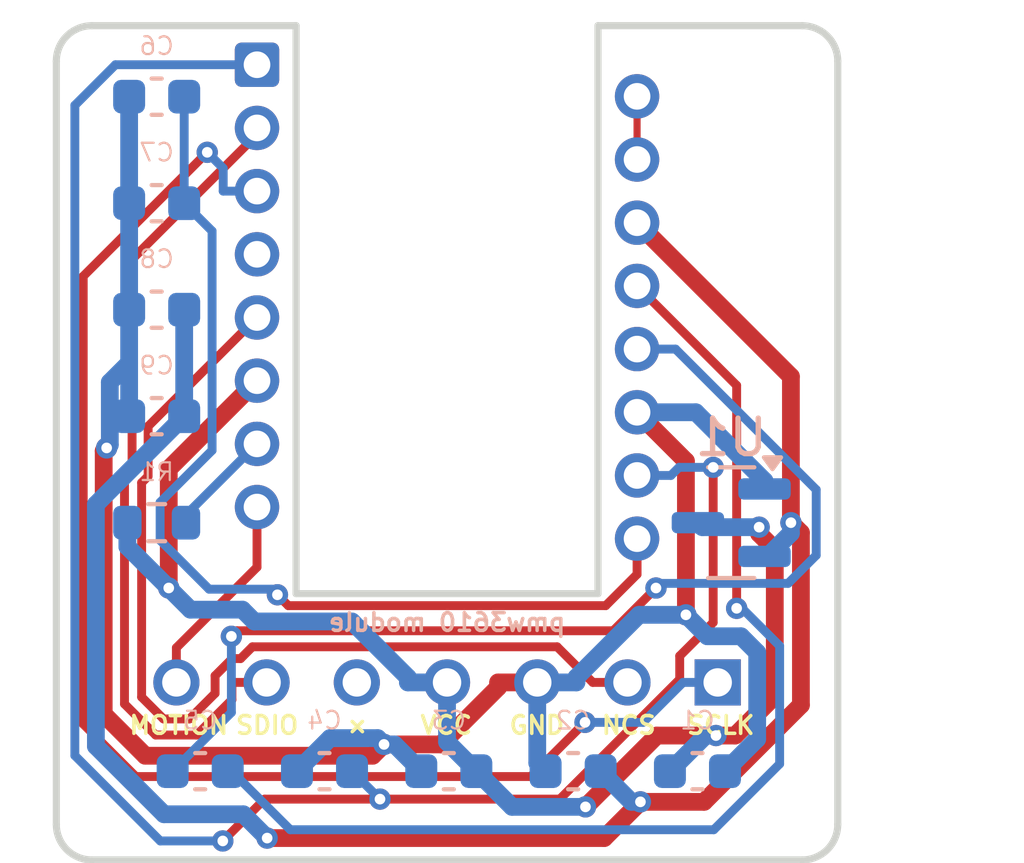
<source format=kicad_pcb>
(kicad_pcb (version 20240108) (generator "pcbnew") (generator_version "8.0")
  (layers (0 "F.Cu" signal) (31 "B.Cu" signal) (34 "B.Paste" user) (35 "F.Paste" user) (36 "B.SilkS" user "B.Silkscreen") (37 "F.SilkS" user "F.Silkscreen") (38 "B.Mask" user) (39 "F.Mask" user) (44 "Edge.Cuts" user))
  (net 0 "")
  (net 1 "VCC")
  (net 2 "GND")
  (net 3 "+1V9")
  (net 4 "Net-(U2-+VCSEL)")
  (net 5 "Net-(U2-CP)")
  (net 6 "Net-(U2-CN)")
  (net 7 "Net-(U2-VCP)")
  (net 8 "Net-(U2-NRESET)")
  (net 9 "Net-(U2--VCSEL)")
  (net 11 "MOTION")
  (net 12 "SCLK")
  (net 13 "SDIO")
  (net 14 "NCS")
  (footprint "roBa:PMW3610DM-SUDU 16Pin" (layer "F.Cu") (at 136 87.268 90)
    (property "Reference" "U2" (hide yes))
    (property "Value" "PMW3610")
    (pad "1" thru_hole roundrect (at 6.168 -5.35 270) (size 1.25 1.25) (drill 0.75) (layers "*.Cu" "*.Mask") (roundrect_rratio 0.15) (net 4 "Net-(U2-+VCSEL)"))
    (pad "2" thru_hole oval (at 4.388 -5.35 270) (size 1.25 1.25) (drill 0.75) (layers "*.Cu" "*.Mask") (net 13 "SDIO"))
    (pad "3" thru_hole oval (at 2.608 -5.35 270) (size 1.25 1.25) (drill 0.75) (layers "*.Cu" "*.Mask") (net 12 "SCLK"))
    (pad "4" thru_hole oval (at 0.828 -5.35 270) (size 1.25 1.25) (drill 0.75) (layers "*.Cu" "*.Mask"))
    (pad "5" thru_hole oval (at -0.952 -5.35 270) (size 1.25 1.25) (drill 0.75) (layers "*.Cu" "*.Mask") (net 14 "NCS"))
    (pad "6" thru_hole oval (at -2.732 -5.35 270) (size 1.25 1.25) (drill 0.75) (layers "*.Cu" "*.Mask") (net 1 "VCC"))
    (pad "7" thru_hole oval (at -4.512 -5.35 270) (size 1.25 1.25) (drill 0.75) (layers "*.Cu" "*.Mask") (net 8 "Net-(U2-NRESET)"))
    (pad "8" thru_hole oval (at -6.292 -5.35 270) (size 1.25 1.25) (drill 0.75) (layers "*.Cu" "*.Mask") (net 11 "MOTION"))
    (pad "9" thru_hole oval (at -7.182 5.35 270) (size 1.25 1.25) (drill 0.75) (layers "*.Cu" "*.Mask") (net 7 "Net-(U2-VCP)"))
    (pad "10" thru_hole oval (at -5.402 5.35 270) (size 1.25 1.25) (drill 0.75) (layers "*.Cu" "*.Mask") (net 4 "Net-(U2-+VCSEL)"))
    (pad "11" thru_hole oval (at -3.622 5.35 270) (size 1.25 1.25) (drill 0.75) (layers "*.Cu" "*.Mask") (net 2 "GND"))
    (pad "12" thru_hole oval (at -1.842 5.35 270) (size 1.25 1.25) (drill 0.75) (layers "*.Cu" "*.Mask") (net 5 "Net-(U2-CP)"))
    (pad "13" thru_hole oval (at -0.062 5.35 270) (size 1.25 1.25) (drill 0.75) (layers "*.Cu" "*.Mask") (net 6 "Net-(U2-CN)"))
    (pad "14" thru_hole oval (at 1.718 5.35 270) (size 1.25 1.25) (drill 0.75) (layers "*.Cu" "*.Mask") (net 3 "+1V9"))
    (pad "15" thru_hole oval (at 3.498 5.35 270) (size 1.25 1.25) (drill 0.75) (layers "*.Cu" "*.Mask") (net 9 "Net-(U2--VCSEL)"))
    (pad "16" thru_hole oval (at 5.278 5.35 270) (size 1.25 1.25) (drill 0.75) (layers "*.Cu" "*.Mask") (net 9 "Net-(U2--VCSEL)"))
  )
  (footprint "roBa:pmw3610_connector_b" (layer "F.Cu") (at 136 98.5 -90)
    (property "Reference" "J1" (hide yes))
    (property "Value" "Conn_01x08")
    (pad "1" thru_hole rect (at 0 -7.62 270) (size 1.3 1.3) (drill 0.8) (layers "*.Cu" "*.Mask") (net 12 "SCLK"))
    (pad "2" thru_hole oval (at 0 -5.08 270) (size 1.3 1.3) (drill 0.8) (layers "*.Cu" "*.Mask") (net 14 "NCS"))
    (pad "3" thru_hole oval (at 0 -2.54 270) (size 1.3 1.3) (drill 0.8) (layers "*.Cu" "*.Mask") (net 2 "GND"))
    (pad "4" thru_hole oval (at 0 0 270) (size 1.3 1.3) (drill 0.8) (layers "*.Cu" "*.Mask") (net 1 "VCC"))
    (pad "5" thru_hole oval (at 0 2.54 270) (size 1.3 1.3) (drill 0.8) (layers "*.Cu" "*.Mask"))
    (pad "6" thru_hole oval (at 0 5.08 270) (size 1.3 1.3) (drill 0.8) (layers "*.Cu" "*.Mask") (net 13 "SDIO"))
    (pad "7" thru_hole oval (at 0 7.62 270) (size 1.3 1.3) (drill 0.8) (layers "*.Cu" "*.Mask") (net 11 "MOTION"))
  )
  (footprint "roBa:C_0603_1608Metric" (layer "B.Cu") (at 139.55 101 180)
    (property "Reference" "C2" (at 0 1.43 180) (layer "B.SilkS") (effects (font (size 0.5 0.5) (thickness 0.0625)) (justify mirror)))
    (property "Value" "1u")
    (fp_line (start 0.14058 0.51) (end -0.14058 0.51) (stroke (width 0.12)) (layer "B.SilkS"))
    (fp_line (start 0.14058 -0.51) (end -0.14058 -0.51) (stroke (width 0.12)) (layer "B.SilkS"))
    (pad "1" smd roundrect (at -0.775 0 180) (size 0.9 0.95) (layers "B.Cu" "B.Paste" "B.Mask") (net 3 "+1V9"))
    (pad "2" smd roundrect (at 0.775 0 180) (size 0.9 0.95) (layers "B.Cu" "B.Paste" "B.Mask") (net 2 "GND"))
  )
  (footprint "roBa:C_0603_1608Metric" (layer "B.Cu") (at 127.825 85 180)
    (property "Reference" "C7" (at 0 1.43 180) (layer "B.SilkS") (effects (font (size 0.5 0.5) (thickness 0.0625)) (justify mirror)))
    (property "Value" " 10n (X7R)")
    (fp_line (start 0.14058 0.51) (end -0.14058 0.51) (stroke (width 0.12)) (layer "B.SilkS"))
    (fp_line (start 0.14058 -0.51) (end -0.14058 -0.51) (stroke (width 0.12)) (layer "B.SilkS"))
    (pad "1" smd roundrect (at -0.775 0 180) (size 0.9 0.95) (layers "B.Cu" "B.Paste" "B.Mask") (net 7 "Net-(U2-VCP)"))
    (pad "2" smd roundrect (at 0.775 0 180) (size 0.9 0.95) (layers "B.Cu" "B.Paste" "B.Mask") (net 2 "GND"))
  )
  (footprint "roBa:C_0603_1608Metric" (layer "B.Cu") (at 129.05 101 180)
    (property "Reference" "C5" (at 0 1.43 180) (layer "B.SilkS") (effects (font (size 0.5 0.5) (thickness 0.0625)) (justify mirror)))
    (property "Value" " 100n (X7R)")
    (fp_line (start 0.14058 0.51) (end -0.14058 0.51) (stroke (width 0.12)) (layer "B.SilkS"))
    (fp_line (start 0.14058 -0.51) (end -0.14058 -0.51) (stroke (width 0.12)) (layer "B.SilkS"))
    (pad "1" smd roundrect (at -0.775 0 180) (size 0.9 0.95) (layers "B.Cu" "B.Paste" "B.Mask") (net 6 "Net-(U2-CN)"))
    (pad "2" smd roundrect (at 0.775 0 180) (size 0.9 0.95) (layers "B.Cu" "B.Paste" "B.Mask") (net 5 "Net-(U2-CP)"))
  )
  (footprint "roBa:C_0603_1608Metric" (layer "B.Cu") (at 143.05 101 180)
    (property "Reference" "C1" (at 0 1.43 180) (layer "B.SilkS") (effects (font (size 0.5 0.5) (thickness 0.0625)) (justify mirror)))
    (property "Value" "1u")
    (fp_line (start 0.14058 0.51) (end -0.14058 0.51) (stroke (width 0.12)) (layer "B.SilkS"))
    (fp_line (start 0.14058 -0.51) (end -0.14058 -0.51) (stroke (width 0.12)) (layer "B.SilkS"))
    (pad "1" smd roundrect (at -0.775 0 180) (size 0.9 0.95) (layers "B.Cu" "B.Paste" "B.Mask") (net 2 "GND"))
    (pad "2" smd roundrect (at 0.775 0 180) (size 0.9 0.95) (layers "B.Cu" "B.Paste" "B.Mask") (net 1 "VCC"))
  )
  (footprint "roBa:C_0603_1608Metric" (layer "B.Cu") (at 127.825 91 180)
    (property "Reference" "C9" (at 0 1.43 180) (layer "B.SilkS") (effects (font (size 0.5 0.5) (thickness 0.0625)) (justify mirror)))
    (property "Value" "3.3u/25V")
    (fp_line (start 0.14058 0.51) (end -0.14058 0.51) (stroke (width 0.12)) (layer "B.SilkS"))
    (fp_line (start 0.14058 -0.51) (end -0.14058 -0.51) (stroke (width 0.12)) (layer "B.SilkS"))
    (pad "1" smd roundrect (at -0.775 0 180) (size 0.9 0.95) (layers "B.Cu" "B.Paste" "B.Mask") (net 3 "+1V9"))
    (pad "2" smd roundrect (at 0.775 0 180) (size 0.9 0.95) (layers "B.Cu" "B.Paste" "B.Mask") (net 2 "GND"))
  )
  (footprint "roBa:SOT-23" (layer "B.Cu") (at 144 94 180)
    (property "Reference" "U1" (at 0 2.4 180) (layer "B.SilkS") (effects (justify mirror)))
    (property "Value" "MCP1700T-1802E/TT")
    (fp_line (start 0.65 1.56) (end 0 1.56) (stroke (width 0.12)) (layer "B.SilkS"))
    (fp_line (start 0.65 -1.56) (end 0 -1.56) (stroke (width 0.12)) (layer "B.SilkS"))
    (fp_line (start -0.65 1.56) (end 0 1.56) (stroke (width 0.12)) (layer "B.SilkS"))
    (fp_line (start -0.65 -1.56) (end 0 -1.56) (stroke (width 0.12)) (layer "B.SilkS"))
    (fp_poly (pts (xy -1.1625 1.51) (xy -1.4025 1.84) (xy -0.9225 1.84) (xy -1.1625 1.51)) (stroke (width 0.12)) (fill solid) (layer "B.SilkS"))
    (pad "1" smd roundrect (at -0.9375 0.95 180) (size 1.475 0.6) (layers "B.Cu" "B.Paste" "B.Mask") (net 2 "GND"))
    (pad "2" smd roundrect (at -0.9375 -0.95 180) (size 1.475 0.6) (layers "B.Cu" "B.Paste" "B.Mask") (net 3 "+1V9"))
    (pad "3" smd roundrect (at 0.9375 0 180) (size 1.475 0.6) (layers "B.Cu" "B.Paste" "B.Mask") (net 1 "VCC"))
  )
  (footprint "roBa:C_0603_1608Metric" (layer "B.Cu") (at 127.825 88 180)
    (property "Reference" "C8" (at 0 1.43 180) (layer "B.SilkS") (effects (font (size 0.5 0.5) (thickness 0.0625)) (justify mirror)))
    (property "Value" "100n")
    (fp_line (start 0.14058 0.51) (end -0.14058 0.51) (stroke (width 0.12)) (layer "B.SilkS"))
    (fp_line (start 0.14058 -0.51) (end -0.14058 -0.51) (stroke (width 0.12)) (layer "B.SilkS"))
    (pad "1" smd roundrect (at -0.775 0 180) (size 0.9 0.95) (layers "B.Cu" "B.Paste" "B.Mask") (net 3 "+1V9"))
    (pad "2" smd roundrect (at 0.775 0 180) (size 0.9 0.95) (layers "B.Cu" "B.Paste" "B.Mask") (net 2 "GND"))
  )
  (footprint "roBa:C_0603_1608Metric" (layer "B.Cu") (at 127.825 82 180)
    (property "Reference" "C6" (at 0 1.43 180) (layer "B.SilkS") (effects (font (size 0.5 0.5) (thickness 0.0625)) (justify mirror)))
    (property "Value" " 10u (X7R)")
    (fp_line (start 0.14058 0.51) (end -0.14058 0.51) (stroke (width 0.12)) (layer "B.SilkS"))
    (fp_line (start 0.14058 -0.51) (end -0.14058 -0.51) (stroke (width 0.12)) (layer "B.SilkS"))
    (pad "1" smd roundrect (at -0.775 0 180) (size 0.9 0.95) (layers "B.Cu" "B.Paste" "B.Mask") (net 7 "Net-(U2-VCP)"))
    (pad "2" smd roundrect (at 0.775 0 180) (size 0.9 0.95) (layers "B.Cu" "B.Paste" "B.Mask") (net 2 "GND"))
  )
  (footprint "roBa:C_0603_1608Metric" (layer "B.Cu") (at 132.55 101 180)
    (property "Reference" "C4" (at 0 1.43 180) (layer "B.SilkS") (effects (font (size 0.5 0.5) (thickness 0.0625)) (justify mirror)))
    (property "Value" "10n")
    (fp_line (start 0.14058 0.51) (end -0.14058 0.51) (stroke (width 0.12)) (layer "B.SilkS"))
    (fp_line (start 0.14058 -0.51) (end -0.14058 -0.51) (stroke (width 0.12)) (layer "B.SilkS"))
    (pad "1" smd roundrect (at -0.775 0 180) (size 0.9 0.95) (layers "B.Cu" "B.Paste" "B.Mask") (net 4 "Net-(U2-+VCSEL)"))
    (pad "2" smd roundrect (at 0.775 0 180) (size 0.9 0.95) (layers "B.Cu" "B.Paste" "B.Mask") (net 2 "GND"))
  )
  (footprint "roBa:C_0603_1608Metric" (layer "B.Cu") (at 136.05 101 180)
    (property "Reference" "C3" (at 0 1.43 180) (layer "B.SilkS") (effects (font (size 0.5 0.5) (thickness 0.0625)) (justify mirror)))
    (property "Value" "100n")
    (fp_line (start 0.14058 0.51) (end -0.14058 0.51) (stroke (width 0.12)) (layer "B.SilkS"))
    (fp_line (start 0.14058 -0.51) (end -0.14058 -0.51) (stroke (width 0.12)) (layer "B.SilkS"))
    (pad "1" smd roundrect (at -0.775 0 180) (size 0.9 0.95) (layers "B.Cu" "B.Paste" "B.Mask") (net 1 "VCC"))
    (pad "2" smd roundrect (at 0.775 0 180) (size 0.9 0.95) (layers "B.Cu" "B.Paste" "B.Mask") (net 2 "GND"))
  )
  (footprint "roBa:R_0603_1608Metric" (layer "B.Cu") (at 127.825 94 180)
    (property "Reference" "R1" (at 0 1.43 180) (layer "B.SilkS") (effects (font (size 0.5 0.5) (thickness 0.0625)) (justify mirror)))
    (property "Value" "2M")
    (fp_line (start 0.237258 0.5225) (end -0.237258 0.5225) (stroke (width 0.12)) (layer "B.SilkS"))
    (fp_line (start 0.237258 -0.5225) (end -0.237258 -0.5225) (stroke (width 0.12)) (layer "B.SilkS"))
    (pad "1" smd roundrect (at -0.825 0 180) (size 0.8 0.95) (layers "B.Cu" "B.Paste" "B.Mask") (net 8 "Net-(U2-NRESET)"))
    (pad "2" smd roundrect (at 0.825 0 180) (size 0.8 0.95) (layers "B.Cu" "B.Paste" "B.Mask") (net 1 "VCC"))
  )
  (gr_arc (start 126 103.5) (mid 125.292893 103.207107) (end 125 102.5) (stroke (width 0.2)) (layer "Edge.Cuts"))
  (gr_line (start 140.25 96) (end 140.25 80) (stroke (width 0.2)) (layer "Edge.Cuts"))
  (gr_line (start 140.25 80) (end 146 80) (stroke (width 0.2)) (layer "Edge.Cuts"))
  (gr_arc (start 146 80) (mid 146.707107 80.292893) (end 147 81) (stroke (width 0.2)) (layer "Edge.Cuts"))
  (gr_arc (start 147 102.5) (mid 146.707107 103.207107) (end 146 103.5) (stroke (width 0.2)) (layer "Edge.Cuts"))
  (gr_line (start 147 81) (end 147 102.5) (stroke (width 0.2)) (layer "Edge.Cuts"))
  (gr_line (start 125 102.5) (end 125 81) (stroke (width 0.2)) (layer "Edge.Cuts"))
  (gr_line (start 131.75 96) (end 131.75 80) (stroke (width 0.2)) (layer "Edge.Cuts"))
  (gr_line (start 131.75 80) (end 126 80) (stroke (width 0.2)) (layer "Edge.Cuts"))
  (gr_line (start 131.75 96) (end 140.25 96) (stroke (width 0.2)) (layer "Edge.Cuts"))
  (gr_line (start 126 103.5) (end 146 103.5) (stroke (width 0.2)) (layer "Edge.Cuts"))
  (gr_arc (start 125 81) (mid 125.292893 80.292893) (end 126 80) (stroke (width 0.2)) (layer "Edge.Cuts"))
  (gr_text "pmw3610 module\n" (at 136 97.1 0) (layer "B.SilkS") (effects (font (size 0.5 0.5) (thickness 0.1)) (justify bottom mirror)))
  (gr_text "VCC" (at 135.2 100 0) (layer "F.SilkS") (effects (font (size 0.5 0.5) (thickness 0.1)) (justify left bottom)))
  (gr_text "GND" (at 137.7 100 0) (layer "F.SilkS") (effects (font (size 0.5 0.5) (thickness 0.1)) (justify left bottom)))
  (gr_text "MOTION" (at 127 100 0) (layer "F.SilkS") (effects (font (size 0.5 0.5) (thickness 0.1)) (justify left bottom)))
  (gr_text "SDIO" (at 130 100 0) (layer "F.SilkS") (effects (font (size 0.5 0.5) (thickness 0.1)) (justify left bottom)))
  (gr_text "NCS\n" (at 140.3 100 0) (layer "F.SilkS") (effects (font (size 0.5 0.5) (thickness 0.1)) (justify left bottom)))
  (gr_text "×" (at 133.1 100 0) (layer "F.SilkS") (effects (font (size 0.5 0.5) (thickness 0.1)) (justify left bottom)))
  (gr_text "SCLK" (at 142.7 100 0) (layer "F.SilkS") (effects (font (size 0.5 0.5) (thickness 0.1)) (justify left bottom)))
  (segment (start 145.2275 94.7513) (end 144.7863 94.3101) (width 0.5) (layer "F.Cu") (net 1))
  (segment (start 128.1653 92.4847) (end 128.1653 95.8399) (width 0.5) (layer "F.Cu") (net 1))
  (segment (start 128.1653 95.8399) (end 128.1652 95.8399) (width 0.5) (layer "F.Cu") (net 1))
  (segment (start 144.7863 94.3101) (end 144.7863 94.1266) (width 0.5) (layer "F.Cu") (net 1))
  (segment (start 139.8973 102.0055) (end 141.9062 99.9966) (width 0.5) (layer "F.Cu") (net 1))
  (segment (start 130.65 90) (end 128.1653 92.4847) (width 0.5) (layer "F.Cu") (net 1))
  (segment (start 141.9062 99.9966) (end 143.5715 99.9966) (width 0.5) (layer "F.Cu") (net 1))
  (segment (start 143.5715 99.9966) (end 144.1116 99.9966) (width 0.5) (layer "F.Cu") (net 1))
  (segment (start 144.1116 99.9966) (end 145.2275 98.8807) (width 0.5) (layer "F.Cu") (net 1))
  (segment (start 145.2275 98.8807) (end 145.2275 94.7513) (width 0.5) (layer "F.Cu") (net 1))
  (via (at 139.8973 102.0055) (size 0.6) (drill 0.3) (layers "F.Cu" "B.Cu") (net 1))
  (via (at 143.5715 99.9966) (size 0.6) (drill 0.3) (layers "F.Cu" "B.Cu") (net 1))
  (via (at 144.7863 94.1266) (size 0.6) (drill 0.3) (layers "F.Cu" "B.Cu") (net 1))
  (via (at 128.1652 95.8399) (size 0.6) (drill 0.3) (layers "F.Cu" "B.Cu") (net 1))
  (segment (start 127 94) (end 127 94.6747) (width 0.5) (layer "B.Cu") (net 1))
  (segment (start 128.7752 96.4499) (end 128.1652 95.8399) (width 0.5) (layer "B.Cu") (net 1))
  (segment (start 143.0625 94) (end 143.1891 94.1266) (width 0.5) (layer "B.Cu") (net 1))
  (segment (start 133.3212 96.7829) (end 130.5727 96.7829) (width 0.5) (layer "B.Cu") (net 1))
  (segment (start 143.2784 99.9966) (end 143.5715 99.9966) (width 0.5) (layer "B.Cu") (net 1))
  (segment (start 136 98.5) (end 134.8983 98.5) (width 0.5) (layer "B.Cu") (net 1))
  (segment (start 143.1891 94.1266) (end 144.7863 94.1266) (width 0.5) (layer "B.Cu") (net 1))
  (segment (start 134.8983 98.5) (end 134.8983 98.36) (width 0.5) (layer "B.Cu") (net 1))
  (segment (start 130.5727 96.7829) (end 130.2397 96.4499) (width 0.5) (layer "B.Cu") (net 1))
  (segment (start 127 94.6747) (end 128.1652 95.8399) (width 0.5) (layer "B.Cu") (net 1))
  (segment (start 136.825 101) (end 136 100.175) (width 0.5) (layer "B.Cu") (net 1))
  (segment (start 136.825 101) (end 137.8305 102.0055) (width 0.5) (layer "B.Cu") (net 1))
  (segment (start 134.8983 98.36) (end 133.3212 96.7829) (width 0.5) (layer "B.Cu") (net 1))
  (segment (start 142.275 101) (end 143.2784 99.9966) (width 0.5) (layer "B.Cu") (net 1))
  (segment (start 130.2397 96.4499) (end 128.7752 96.4499) (width 0.5) (layer "B.Cu") (net 1))
  (segment (start 136 100.175) (end 136 98.5) (width 0.5) (layer "B.Cu") (net 1))
  (segment (start 137.8305 102.0055) (end 139.8973 102.0055) (width 0.5) (layer "B.Cu") (net 1))
  (segment (start 137.4383 98.64) (end 137.4383 98.5) (width 0.5) (layer "F.Cu") (net 2))
  (segment (start 134.2257 100.2461) (end 135.8322 100.2461) (width 0.5) (layer "F.Cu") (net 2))
  (segment (start 138.54 98.5) (end 137.4383 98.5) (width 0.5) (layer "F.Cu") (net 2))
  (segment (start 127.5045 100.5655) (end 126.3338 99.3948) (width 0.5) (layer "F.Cu") (net 2))
  (segment (start 135.8322 100.2461) (end 137.4383 98.64) (width 0.5) (layer "F.Cu") (net 2))
  (segment (start 142.7251 92.2651) (end 142.7251 96.5959) (width 0.5) (layer "F.Cu") (net 2))
  (segment (start 126.3338 91.9778) (end 126.4169 91.8947) (width 0.5) (layer "F.Cu") (net 2))
  (segment (start 126.3338 99.3948) (end 126.3338 91.9778) (width 0.5) (layer "F.Cu") (net 2))
  (segment (start 134.2257 100.2461) (end 133.9063 100.5655) (width 0.5) (layer "F.Cu") (net 2))
  (segment (start 133.9063 100.5655) (end 127.5045 100.5655) (width 0.5) (layer "F.Cu") (net 2))
  (segment (start 141.35 90.89) (end 142.7251 92.2651) (width 0.5) (layer "F.Cu") (net 2))
  (via (at 134.2257 100.2461) (size 0.6) (drill 0.3) (layers "F.Cu" "B.Cu") (net 2))
  (via (at 126.4169 91.8947) (size 0.6) (drill 0.3) (layers "F.Cu" "B.Cu") (net 2))
  (via (at 142.7251 96.5959) (size 0.6) (drill 0.3) (layers "F.Cu" "B.Cu") (net 2))
  (segment (start 134.049 100.0694) (end 132.7056 100.0694) (width 0.5) (layer "B.Cu") (net 2))
  (segment (start 143.825 101) (end 144.7319 100.0931) (width 0.5) (layer "B.Cu") (net 2))
  (segment (start 126.417 91.8947) (end 126.4169 91.8947) (width 0.5) (layer "B.Cu") (net 2))
  (segment (start 138.54 98.5) (end 138.54 100.765) (width 0.5) (layer "B.Cu") (net 2))
  (segment (start 144.7319 100.0931) (end 144.7319 97.6547) (width 0.5) (layer "B.Cu") (net 2))
  (segment (start 138.54 98.5) (end 139.6417 98.5) (width 0.5) (layer "B.Cu") (net 2))
  (segment (start 139.6417 98.36) (end 141.4058 96.5959) (width 0.5) (layer "B.Cu") (net 2))
  (segment (start 134.5211 100.2461) (end 134.2257 100.2461) (width 0.5) (layer "B.Cu") (net 2))
  (segment (start 139.6417 98.5) (end 139.6417 98.36) (width 0.5) (layer "B.Cu") (net 2))
  (segment (start 144.7319 97.6547) (end 144.2774 97.2002) (width 0.5) (layer "B.Cu") (net 2))
  (segment (start 144.2774 97.2002) (end 143.3294 97.2002) (width 0.5) (layer "B.Cu") (net 2))
  (segment (start 143.004 90.89) (end 141.35 90.89) (width 0.5) (layer "B.Cu") (net 2))
  (segment (start 135.275 101) (end 134.5211 100.2461) (width 0.5) (layer "B.Cu") (net 2))
  (segment (start 144.9375 93.05) (end 144.9375 92.8235) (width 0.5) (layer "B.Cu") (net 2))
  (segment (start 134.2257 100.2461) (end 134.049 100.0694) (width 0.5) (layer "B.Cu") (net 2))
  (segment (start 127.05 89.5) (end 126.5059 90.0441) (width 0.5) (layer "B.Cu") (net 2))
  (segment (start 127.05 88) (end 127.05 89.5) (width 0.5) (layer "B.Cu") (net 2))
  (segment (start 126.5059 91.8058) (end 126.417 91.8947) (width 0.5) (layer "B.Cu") (net 2))
  (segment (start 141.4058 96.5959) (end 142.7251 96.5959) (width 0.5) (layer "B.Cu") (net 2))
  (segment (start 144.9375 92.8235) (end 143.004 90.89) (width 0.5) (layer "B.Cu") (net 2))
  (segment (start 127.05 85) (end 127.05 88) (width 0.5) (layer "B.Cu") (net 2))
  (segment (start 143.3294 97.2002) (end 142.7251 96.5959) (width 0.5) (layer "B.Cu") (net 2))
  (segment (start 127.05 89.5) (end 127.05 91) (width 0.5) (layer "B.Cu") (net 2))
  (segment (start 132.7056 100.0694) (end 131.775 101) (width 0.5) (layer "B.Cu") (net 2))
  (segment (start 127.05 82) (end 127.05 85) (width 0.5) (layer "B.Cu") (net 2))
  (segment (start 138.54 100.765) (end 138.775 101) (width 0.5) (layer "B.Cu") (net 2))
  (segment (start 126.5059 90.0441) (end 126.5059 91.8058) (width 0.5) (layer "B.Cu") (net 2))
  (segment (start 145.9631 99.1375) (end 145.9631 94.282) (width 0.5) (layer "F.Cu") (net 3))
  (segment (start 145.9631 94.282) (end 145.6811 94) (width 0.5) (layer "F.Cu") (net 3))
  (segment (start 130.9354 102.8849) (end 140.424 102.8849) (width 0.5) (layer "F.Cu") (net 3))
  (segment (start 140.424 102.8849) (end 141.4447 101.8642) (width 0.5) (layer "F.Cu") (net 3))
  (segment (start 143.2364 101.8642) (end 145.9631 99.1375) (width 0.5) (layer "F.Cu") (net 3))
  (segment (start 141.35 85.55) (end 145.6811 89.8811) (width 0.5) (layer "F.Cu") (net 3))
  (segment (start 145.6811 89.8811) (end 145.6811 94) (width 0.5) (layer "F.Cu") (net 3))
  (segment (start 141.4447 101.8642) (end 143.2364 101.8642) (width 0.5) (layer "F.Cu") (net 3))
  (via (at 145.6811 94) (size 0.6) (drill 0.3) (layers "F.Cu" "B.Cu") (net 3))
  (via (at 130.9354 102.8849) (size 0.6) (drill 0.3) (layers "F.Cu" "B.Cu") (net 3))
  (via (at 141.4447 101.8642) (size 0.6) (drill 0.3) (layers "F.Cu" "B.Cu") (net 3))
  (segment (start 130.2644 102.2139) (end 128.0324 102.2139) (width 0.5) (layer "B.Cu") (net 3))
  (segment (start 145.026 94.95) (end 145.6811 94.2949) (width 0.5) (layer "B.Cu") (net 3))
  (segment (start 144.9375 94.95) (end 145.026 94.95) (width 0.5) (layer "B.Cu") (net 3))
  (segment (start 145.6811 94.2949) (end 145.6811 94) (width 0.5) (layer "B.Cu") (net 3))
  (segment (start 126.1139 93.4861) (end 128.6 91) (width 0.5) (layer "B.Cu") (net 3))
  (segment (start 128.6 91) (end 128.6 88) (width 0.5) (layer "B.Cu") (net 3))
  (segment (start 141.1892 101.8642) (end 141.4447 101.8642) (width 0.5) (layer "B.Cu") (net 3))
  (segment (start 130.9354 102.8849) (end 130.2644 102.2139) (width 0.5) (layer "B.Cu") (net 3))
  (segment (start 128.0324 102.2139) (end 126.1139 100.2954) (width 0.5) (layer "B.Cu") (net 3))
  (segment (start 140.325 101) (end 141.1892 101.8642) (width 0.5) (layer "B.Cu") (net 3))
  (segment (start 126.1139 100.2954) (end 126.1139 93.4861) (width 0.5) (layer "B.Cu") (net 3))
  (segment (start 134.1123 101.7873) (end 139.174 101.7873) (width 0.25) (layer "F.Cu") (net 4))
  (segment (start 134.1123 101.7874) (end 134.1123 101.7873) (width 0.25) (layer "F.Cu") (net 4))
  (segment (start 130.8648 101.7874) (end 134.1123 101.7874) (width 0.25) (layer "F.Cu") (net 4))
  (segment (start 143.4928 96.8117) (end 143.4928 92.4419) (width 0.25) (layer "F.Cu") (net 4))
  (segment (start 142.5503 98.411) (end 142.5503 97.7542) (width 0.25) (layer "F.Cu") (net 4))
  (segment (start 139.174 101.7873) (end 142.5503 98.411) (width 0.25) (layer "F.Cu") (net 4))
  (segment (start 129.6866 102.9656) (end 130.8648 101.7874) (width 0.25) (layer "F.Cu") (net 4))
  (segment (start 142.5503 97.7542) (end 143.4928 96.8117) (width 0.25) (layer "F.Cu") (net 4))
  (via (at 143.4928 92.4419) (size 0.6) (drill 0.3) (layers "F.Cu" "B.Cu") (net 4))
  (via (at 134.1123 101.7873) (size 0.6) (drill 0.3) (layers "F.Cu" "B.Cu") (net 4))
  (via (at 129.6866 102.9656) (size 0.6) (drill 0.3) (layers "F.Cu" "B.Cu") (net 4))
  (segment (start 141.35 92.67) (end 142.3017 92.67) (width 0.25) (layer "B.Cu") (net 4))
  (segment (start 125.5218 82.2428) (end 125.5218 100.5606) (width 0.25) (layer "B.Cu") (net 4))
  (segment (start 133.325 101) (end 134.1123 101.7873) (width 0.25) (layer "B.Cu") (net 4))
  (segment (start 126.6646 81.1) (end 125.5218 82.2428) (width 0.25) (layer "B.Cu") (net 4))
  (segment (start 125.5218 100.5606) (end 127.9268 102.9656) (width 0.25) (layer "B.Cu") (net 4))
  (segment (start 142.5298 92.4419) (end 142.3017 92.67) (width 0.25) (layer "B.Cu") (net 4))
  (segment (start 130.65 81.1) (end 126.6646 81.1) (width 0.25) (layer "B.Cu") (net 4))
  (segment (start 143.4928 92.4419) (end 142.5298 92.4419) (width 0.25) (layer "B.Cu") (net 4))
  (segment (start 127.9268 102.9656) (end 129.6866 102.9656) (width 0.25) (layer "B.Cu") (net 4))
  (segment (start 130.0847 97.0452) (end 140.6778 97.0452) (width 0.25) (layer "F.Cu") (net 5))
  (segment (start 129.9283 97.2016) (end 130.0847 97.0452) (width 0.25) (layer "F.Cu") (net 5))
  (segment (start 140.6778 97.0452) (end 141.8824 95.8406) (width 0.25) (layer "F.Cu") (net 5))
  (via (at 129.9283 97.2016) (size 0.6) (drill 0.3) (layers "F.Cu" "B.Cu") (net 5))
  (via (at 141.8824 95.8406) (size 0.6) (drill 0.3) (layers "F.Cu" "B.Cu") (net 5))
  (segment (start 141.35 89.11) (end 142.4332 89.11) (width 0.25) (layer "B.Cu") (net 5))
  (segment (start 146.3933 94.9184) (end 145.6013 95.7104) (width 0.25) (layer "B.Cu") (net 5))
  (segment (start 129.9283 99.3467) (end 129.9283 97.2016) (width 0.25) (layer "B.Cu") (net 5))
  (segment (start 145.6013 95.7104) (end 142.0126 95.7104) (width 0.25) (layer "B.Cu") (net 5))
  (segment (start 128.275 101) (end 129.9283 99.3467) (width 0.25) (layer "B.Cu") (net 5))
  (segment (start 146.3933 93.0701) (end 146.3933 94.9184) (width 0.25) (layer "B.Cu") (net 5))
  (segment (start 142.4332 89.11) (end 146.3933 93.0701) (width 0.25) (layer "B.Cu") (net 5))
  (segment (start 142.0126 95.7104) (end 141.8824 95.8406) (width 0.25) (layer "B.Cu") (net 5))
  (segment (start 141.35 87.33) (end 144.1535 90.1335) (width 0.25) (layer "F.Cu") (net 6))
  (segment (start 144.1535 90.1335) (end 144.1535 96.4123) (width 0.25) (layer "F.Cu") (net 6))
  (via (at 144.1535 96.4123) (size 0.6) (drill 0.3) (layers "F.Cu" "B.Cu") (net 6))
  (segment (start 144.3052 96.4123) (end 144.1535 96.4123) (width 0.25) (layer "B.Cu") (net 6))
  (segment (start 143.5095 102.6499) (end 145.3636 100.7958) (width 0.25) (layer "B.Cu") (net 6))
  (segment (start 131.5867 102.6499) (end 143.5095 102.6499) (width 0.25) (layer "B.Cu") (net 6))
  (segment (start 129.825 101) (end 129.9368 101) (width 0.25) (layer "B.Cu") (net 6))
  (segment (start 145.3636 97.4707) (end 144.3052 96.4123) (width 0.25) (layer "B.Cu") (net 6))
  (segment (start 129.9368 101) (end 131.5867 102.6499) (width 0.25) (layer "B.Cu") (net 6))
  (segment (start 145.3636 100.7958) (end 145.3636 97.4707) (width 0.25) (layer "B.Cu") (net 6))
  (segment (start 141.35 94.45) (end 141.35 95.4539) (width 0.25) (layer "F.Cu") (net 7))
  (segment (start 141.35 95.4539) (end 140.4665 96.3374) (width 0.25) (layer "F.Cu") (net 7))
  (segment (start 131.5311 96.3374) (end 131.2249 96.0312) (width 0.25) (layer "F.Cu") (net 7))
  (segment (start 140.4665 96.3374) (end 131.5311 96.3374) (width 0.25) (layer "F.Cu") (net 7))
  (via (at 131.2249 96.0312) (size 0.6) (drill 0.3) (layers "F.Cu" "B.Cu") (net 7))
  (segment (start 129.3849 85.7849) (end 128.6 85) (width 0.25) (layer "B.Cu") (net 7))
  (segment (start 128.6 82) (end 128.6 85) (width 0.25) (layer "B.Cu") (net 7))
  (segment (start 131.0669 95.8732) (end 129.3004 95.8732) (width 0.25) (layer "B.Cu") (net 7))
  (segment (start 129.3004 95.8732) (end 127.9225 94.4953) (width 0.25) (layer "B.Cu") (net 7))
  (segment (start 127.9225 93.4257) (end 129.3849 91.9633) (width 0.25) (layer "B.Cu") (net 7))
  (segment (start 131.2249 96.0312) (end 131.0669 95.8732) (width 0.25) (layer "B.Cu") (net 7))
  (segment (start 129.3849 91.9633) (end 129.3849 85.7849) (width 0.25) (layer "B.Cu") (net 7))
  (segment (start 127.9225 94.4953) (end 127.9225 93.4257) (width 0.25) (layer "B.Cu") (net 7))
  (segment (start 128.65 93.78) (end 130.65 91.78) (width 0.25) (layer "B.Cu") (net 8))
  (segment (start 128.65 94) (end 128.65 93.78) (width 0.25) (layer "B.Cu") (net 8))
  (segment (start 141.35 81.99) (end 141.35 83.77) (width 0.2) (layer "F.Cu") (net 9))
  (segment (start 130.65 93.56) (end 130.65 95.2533) (width 0.25) (layer "F.Cu") (net 11))
  (segment (start 128.38 98.5) (end 128.38 97.5233) (width 0.25) (layer "F.Cu") (net 11))
  (segment (start 130.65 95.2533) (end 128.38 97.5233) (width 0.25) (layer "F.Cu") (net 11))
  (segment (start 125.7571 87.0586) (end 129.2487 83.567) (width 0.25) (layer "F.Cu") (net 12))
  (segment (start 125.7571 99.671) (end 125.7571 87.0586) (width 0.25) (layer "F.Cu") (net 12))
  (segment (start 127.2375 101.1514) (end 125.7571 99.671) (width 0.25) (layer "F.Cu") (net 12))
  (segment (start 138.358 101.1514) (end 127.2375 101.1514) (width 0.25) (layer "F.Cu") (net 12))
  (segment (start 139.884 99.6254) (end 138.358 101.1514) (width 0.25) (layer "F.Cu") (net 12))
  (via (at 139.884 99.6254) (size 0.6) (drill 0.3) (layers "F.Cu" "B.Cu") (net 12))
  (via (at 129.2487 83.567) (size 0.6) (drill 0.3) (layers "F.Cu" "B.Cu") (net 12))
  (segment (start 129.6983 84.0166) (end 129.6983 84.66) (width 0.25) (layer "B.Cu") (net 12))
  (segment (start 143.62 98.5) (end 142.6433 98.5) (width 0.25) (layer "B.Cu") (net 12))
  (segment (start 130.65 84.66) (end 129.6983 84.66) (width 0.25) (layer "B.Cu") (net 12))
  (segment (start 141.5179 99.6254) (end 139.884 99.6254) (width 0.25) (layer "B.Cu") (net 12))
  (segment (start 142.6433 98.5) (end 141.5179 99.6254) (width 0.25) (layer "B.Cu") (net 12))
  (segment (start 129.2487 83.567) (end 129.6983 84.0166) (width 0.25) (layer "B.Cu") (net 12))
  (segment (start 126.9193 92.6808) (end 127.1326 92.4675) (width 0.25) (layer "F.Cu") (net 13))
  (segment (start 127.795 99.9817) (end 126.9193 99.106) (width 0.25) (layer "F.Cu") (net 13))
  (segment (start 126.9193 99.106) (end 126.9193 92.6808) (width 0.25) (layer "F.Cu") (net 13))
  (segment (start 127.1326 86.5827) (end 130.65 83.0653) (width 0.25) (layer "F.Cu") (net 13))
  (segment (start 130.65 83.0653) (end 130.65 82.88) (width 0.25) (layer "F.Cu") (net 13))
  (segment (start 127.1326 92.4675) (end 127.1326 86.5827) (width 0.25) (layer "F.Cu") (net 13))
  (segment (start 129.9433 98.5) (end 129.9433 98.9883) (width 0.25) (layer "F.Cu") (net 13))
  (segment (start 130.92 98.5) (end 129.9433 98.5) (width 0.25) (layer "F.Cu") (net 13))
  (segment (start 128.9499 99.9817) (end 127.795 99.9817) (width 0.25) (layer "F.Cu") (net 13))
  (segment (start 129.9433 98.9883) (end 128.9499 99.9817) (width 0.25) (layer "F.Cu") (net 13))
  (segment (start 129.47 98.8078) (end 129.47 98.3114) (width 0.25) (layer "F.Cu") (net 14))
  (segment (start 130.1879 97.8283) (end 130.5193 97.4969) (width 0.25) (layer "F.Cu") (net 14))
  (segment (start 127.5843 92.6915) (end 127.4014 92.8744) (width 0.25) (layer "F.Cu") (net 14))
  (segment (start 128.0172 99.5285) (end 128.7493 99.5285) (width 0.25) (layer "F.Cu") (net 14))
  (segment (start 127.4014 92.8744) (end 127.4014 98.9127) (width 0.25) (layer "F.Cu") (net 14))
  (segment (start 130.65 88.22) (end 127.5843 91.2857) (width 0.25) (layer "F.Cu") (net 14))
  (segment (start 127.4014 98.9127) (end 128.0172 99.5285) (width 0.25) (layer "F.Cu") (net 14))
  (segment (start 139.1002 97.4969) (end 140.1033 98.5) (width 0.25) (layer "F.Cu") (net 14))
  (segment (start 141.08 98.5) (end 140.1033 98.5) (width 0.25) (layer "F.Cu") (net 14))
  (segment (start 130.5193 97.4969) (end 139.1002 97.4969) (width 0.25) (layer "F.Cu") (net 14))
  (segment (start 129.47 98.3114) (end 129.9531 97.8283) (width 0.25) (layer "F.Cu") (net 14))
  (segment (start 128.7493 99.5285) (end 129.47 98.8078) (width 0.25) (layer "F.Cu") (net 14))
  (segment (start 127.5843 91.2857) (end 127.5843 92.6915) (width 0.25) (layer "F.Cu") (net 14))
  (segment (start 129.9531 97.8283) (end 130.1879 97.8283) (width 0.25) (layer "F.Cu") (net 14))
)
</source>
